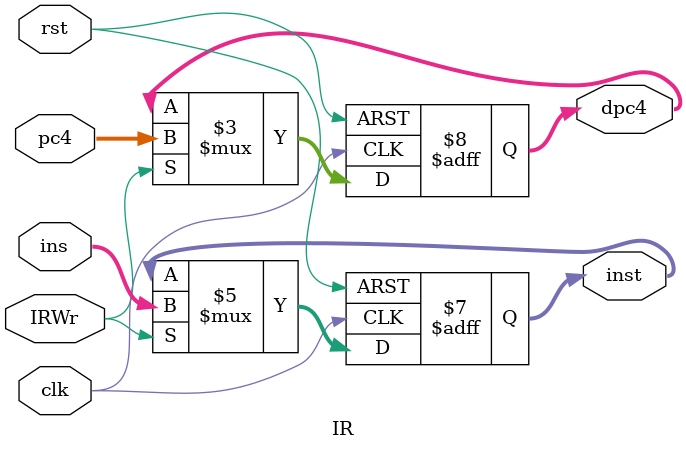
<source format=v>
module IR (clk,rst,ins,inst,pc4,dpc4,IRWr);
               
   input         clk;
   input         rst;
   input         IRWr; 
   input  [31:0] ins,pc4;
   output [31:0] inst,dpc4;
   
   reg [31:0] inst;
   reg [31:0] dpc4;
               
   always @(posedge clk or negedge rst) begin
      if ( rst==0 ) 
        begin
         inst <= 0;
         dpc4 <= 0;
        end
      else if (IRWr)
        begin
         inst <= ins;
         dpc4 <= pc4;
        end
   end // end always
      
endmodule

</source>
